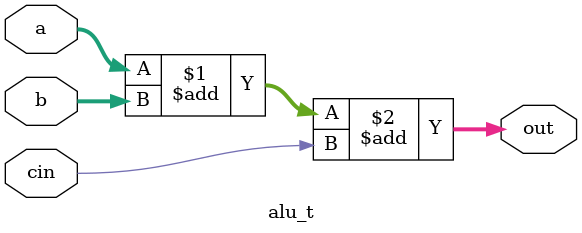
<source format=v>
module multiplier(Z, rst_n, X, Y, start,clk, DONE);
output [63:0] Z;
input [31:0] X, Y;
input rst_n;
input clk;
input start;
output  DONE;
reg [31:0] A, Q, M;
reg Q_1;
reg [5:0] count;
wire [31:0] sum, difference;
reg [1:0]  state;
    
    localparam IDLE     = 2'd0,
               EXECUTE  = 2'd1;

always @(posedge clk or negedge rst_n) begin
    if(~rst_n) begin
        A <= 32'b0;
        M <= 0;
        Q <= 0;
        Q_1 <= 1'b0;
        count<=0;
        // DONE<=0;
        state <= IDLE;
    end
    else
     begin
        case (state)
            IDLE: begin
        if (start) begin
        A <= 32'b0;
        M <= X;
        Q <= Y;
        Q_1 <= 1'b0;
        count<=0;
        // DONE<= 0;
        state <= EXECUTE ;
       end
   end 
           EXECUTE: begin
        if(count<34) begin 
          if (count == 33)
            state <= IDLE ;
        else if (count<32) begin
        case ({Q[0], Q_1})
            2'b0_1 : {A, Q, Q_1} <= {sum[31], sum, Q};
            2'b1_0 : {A, Q, Q_1} <= {difference[31], difference, Q};
            default: {A, Q, Q_1} <= {A[31], A, Q};
        endcase
    end
        count<=count+1;
        
    end 

        end 
   endcase
    end
end

alu_t adder (sum, A, M, 1'b0);
alu_t subtracter (difference, A, ~M, 1'b1);
assign Z = {A, Q};
assign DONE = (count==32)? 1 : 0;
endmodule

module alu_t(out, a, b, cin);
output [31:0] out;
input [31:0] a;
input [31:0] b;
input cin;
assign out = a + b + cin;
endmodule
</source>
